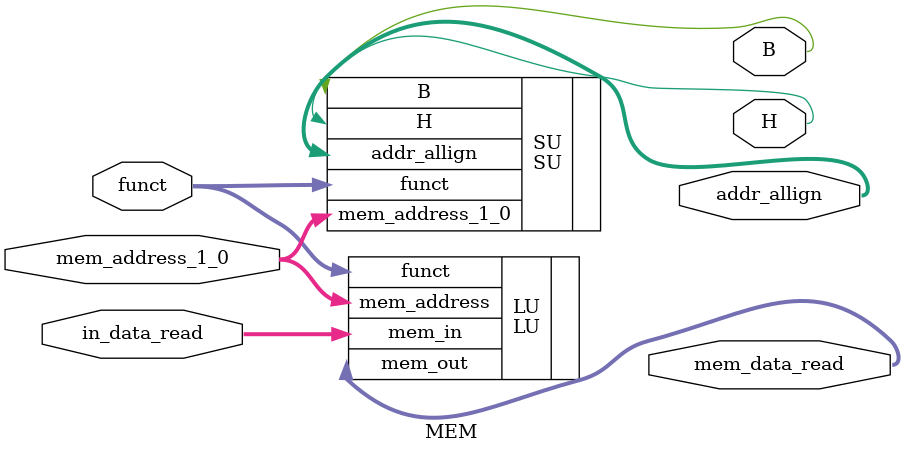
<source format=v>
`timescale 1ns/1ns

module MEM(mem_address_1_0,in_data_read,funct,mem_data_read,addr_allign,B,H);

input [31:0]in_data_read;
input [1:0]mem_address_1_0;
input [2:0]funct;
output [1:0]addr_allign;
output [31:0]mem_data_read;
output B,H;

SU SU(.funct(funct),.mem_address_1_0(mem_address_1_0),.addr_allign(addr_allign),.B(B),.H(H));
LU LU(.funct(funct),.mem_address(mem_address_1_0),.mem_out(mem_data_read),.mem_in(in_data_read));

endmodule

</source>
